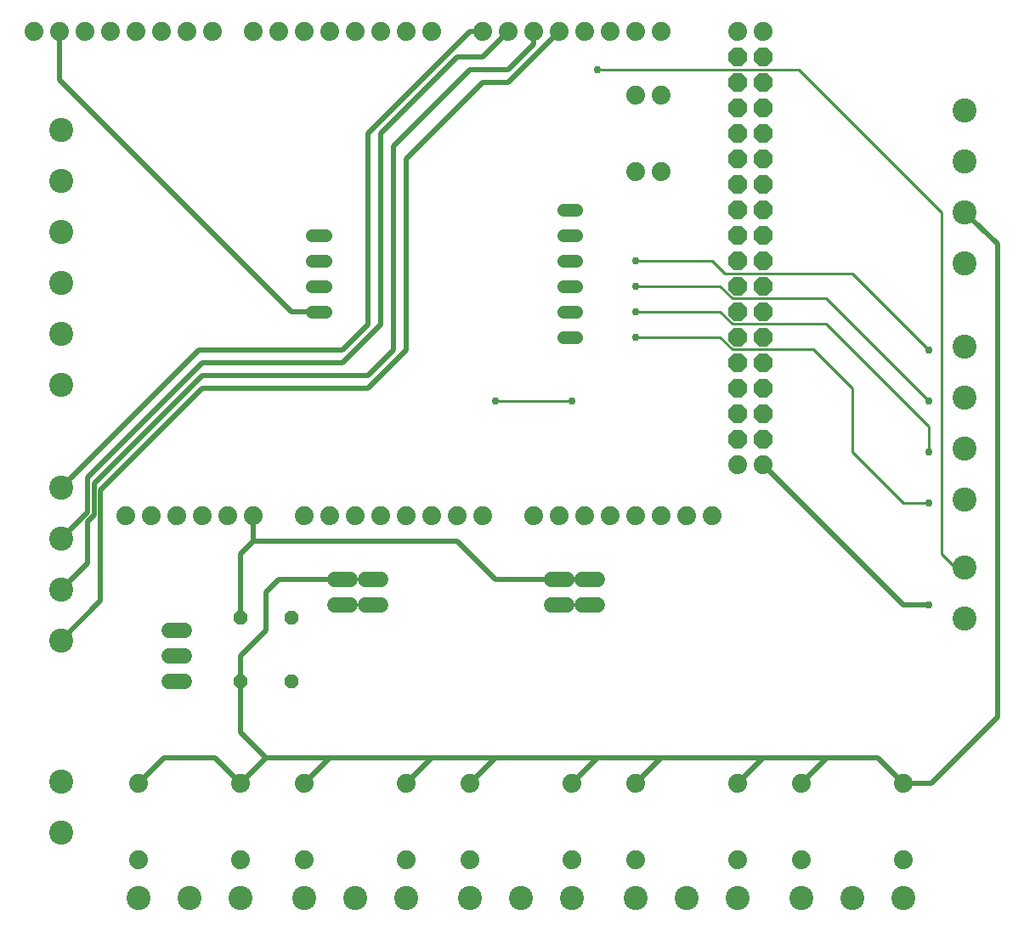
<source format=gbr>
G04 EAGLE Gerber RS-274X export*
G75*
%MOMM*%
%FSLAX34Y34*%
%LPD*%
%INBottom Copper*%
%IPPOS*%
%AMOC8*
5,1,8,0,0,1.08239X$1,22.5*%
G01*
%ADD10C,1.879600*%
%ADD11P,2.034460X8X112.500000*%
%ADD12C,1.308000*%
%ADD13C,2.400000*%
%ADD14C,1.524000*%
%ADD15P,1.429621X8X202.500000*%
%ADD16P,1.429621X8X22.500000*%
%ADD17C,0.756400*%
%ADD18C,0.254000*%
%ADD19C,0.508000*%


D10*
X546100Y482600D03*
X571500Y482600D03*
X596900Y482600D03*
X622300Y482600D03*
X647700Y482600D03*
X673100Y482600D03*
X698500Y482600D03*
X520700Y482600D03*
X495300Y965200D03*
X520700Y965200D03*
X546100Y965200D03*
X571500Y965200D03*
X596900Y965200D03*
X622300Y965200D03*
X647700Y965200D03*
X469900Y965200D03*
X317500Y482600D03*
X342900Y482600D03*
X368300Y482600D03*
X393700Y482600D03*
X419100Y482600D03*
X444500Y482600D03*
X469900Y482600D03*
X292100Y482600D03*
X266700Y965200D03*
X292100Y965200D03*
X317500Y965200D03*
X342900Y965200D03*
X368300Y965200D03*
X393700Y965200D03*
X419100Y965200D03*
X241300Y965200D03*
X48260Y965200D03*
X73660Y965200D03*
X99060Y965200D03*
X124460Y965200D03*
X149860Y965200D03*
X175260Y965200D03*
X200660Y965200D03*
X22860Y965200D03*
D11*
X749300Y762000D03*
X723900Y762000D03*
X749300Y787400D03*
X723900Y787400D03*
X749300Y812800D03*
X723900Y812800D03*
X749300Y838200D03*
X723900Y838200D03*
X749300Y863600D03*
X723900Y863600D03*
X749300Y889000D03*
X723900Y889000D03*
X749300Y914400D03*
X723900Y914400D03*
X749300Y939800D03*
X723900Y939800D03*
X749300Y558800D03*
X723900Y558800D03*
X749300Y584200D03*
X723900Y584200D03*
X749300Y609600D03*
X723900Y609600D03*
X749300Y635000D03*
X723900Y635000D03*
X749300Y660400D03*
X723900Y660400D03*
X749300Y685800D03*
X723900Y685800D03*
X749300Y711200D03*
X723900Y711200D03*
X749300Y736600D03*
X723900Y736600D03*
D10*
X723900Y533400D03*
X749300Y533400D03*
X723900Y965200D03*
X749300Y965200D03*
X114300Y482600D03*
X139700Y482600D03*
X165100Y482600D03*
X190500Y482600D03*
X215900Y482600D03*
X241300Y482600D03*
D12*
X550260Y660400D02*
X563340Y660400D01*
X563340Y685800D02*
X550260Y685800D01*
X550260Y711200D02*
X563340Y711200D01*
X563340Y736600D02*
X550260Y736600D01*
X550260Y762000D02*
X563340Y762000D01*
X563340Y787400D02*
X550260Y787400D01*
X313340Y685800D02*
X300260Y685800D01*
X300260Y711200D02*
X313340Y711200D01*
X313340Y736600D02*
X300260Y736600D01*
X300260Y762000D02*
X313340Y762000D01*
D10*
X787400Y215900D03*
X787400Y139700D03*
X889000Y215900D03*
X889000Y139700D03*
X622300Y215900D03*
X622300Y139700D03*
X723900Y215900D03*
X723900Y139700D03*
X457200Y215900D03*
X457200Y139700D03*
X558800Y215900D03*
X558800Y139700D03*
X292100Y215900D03*
X292100Y139700D03*
X393700Y215900D03*
X393700Y139700D03*
X127000Y215900D03*
X127000Y139700D03*
X228600Y215900D03*
X228600Y139700D03*
D13*
X838200Y101600D03*
X787400Y101600D03*
X889000Y101600D03*
X673100Y101600D03*
X622300Y101600D03*
X723900Y101600D03*
X508000Y101600D03*
X457200Y101600D03*
X558800Y101600D03*
X342900Y101600D03*
X292100Y101600D03*
X393700Y101600D03*
X177800Y101600D03*
X127000Y101600D03*
X228600Y101600D03*
D14*
X172720Y368300D02*
X157480Y368300D01*
X157480Y342900D02*
X172720Y342900D01*
X172720Y317500D02*
X157480Y317500D01*
D10*
X622300Y901700D03*
X622300Y825500D03*
X647700Y901700D03*
X647700Y825500D03*
D13*
X950000Y784600D03*
X950000Y733800D03*
X950000Y835400D03*
X950000Y886200D03*
X950000Y549600D03*
X950000Y498800D03*
X950000Y600400D03*
X950000Y651200D03*
X50000Y166900D03*
X50000Y217700D03*
X950000Y430400D03*
X950000Y379600D03*
D15*
X279400Y381000D03*
X228600Y381000D03*
D16*
X228600Y317500D03*
X279400Y317500D03*
D13*
X50000Y459700D03*
X50000Y510500D03*
X50000Y408900D03*
X50000Y358100D03*
D14*
X322580Y419100D02*
X337820Y419100D01*
X337820Y393700D02*
X322580Y393700D01*
X353060Y419100D02*
X368300Y419100D01*
X368300Y393700D02*
X353060Y393700D01*
D13*
X50000Y816200D03*
X50000Y867000D03*
X50000Y765400D03*
X50000Y714600D03*
X50000Y663800D03*
X50000Y613000D03*
D14*
X538480Y419100D02*
X553720Y419100D01*
X553720Y393700D02*
X538480Y393700D01*
X568960Y419100D02*
X584200Y419100D01*
X584200Y393700D02*
X568960Y393700D01*
D17*
X482600Y596900D03*
D18*
X558800Y596900D01*
D17*
X558800Y596900D03*
X914400Y393700D03*
D19*
X889000Y393700D01*
X749300Y533400D01*
X306800Y685800D02*
X279400Y685800D01*
X48260Y916940D02*
X48260Y965200D01*
X48260Y916940D02*
X279400Y685800D01*
X950000Y784600D02*
X982980Y753381D01*
X982980Y281940D01*
X228600Y317500D02*
X228600Y342900D01*
X254000Y368300D02*
X254000Y406400D01*
X266700Y419100D01*
X330200Y419100D01*
X254000Y368300D02*
X228600Y342900D01*
X916940Y215900D02*
X982980Y281940D01*
X916940Y215900D02*
X889000Y215900D01*
X863600Y241300D01*
X812800Y241300D01*
X749300Y241300D01*
X647700Y241300D01*
X584200Y241300D01*
X482600Y241300D01*
X419100Y241300D01*
X317500Y241300D01*
X254000Y241300D01*
X228600Y215900D01*
X254000Y241300D02*
X228600Y266700D01*
X228600Y317500D01*
X317500Y241300D02*
X292100Y215900D01*
X393700Y215900D02*
X419100Y241300D01*
X457200Y215900D02*
X482600Y241300D01*
X558800Y215900D02*
X584200Y241300D01*
X622300Y215900D02*
X647700Y241300D01*
X723900Y215900D02*
X749300Y241300D01*
X787400Y215900D02*
X812800Y241300D01*
X152400Y241300D02*
X127000Y215900D01*
X152400Y241300D02*
X203200Y241300D01*
X228600Y215900D01*
X228600Y444500D02*
X241300Y457200D01*
X241300Y482600D01*
X228600Y444500D02*
X228600Y381000D01*
X241300Y457200D02*
X444500Y457200D01*
X482600Y419100D01*
X546100Y419100D01*
X576580Y419100D01*
D17*
X622300Y660400D03*
X914400Y495300D03*
D18*
X706658Y660400D02*
X622300Y660400D01*
X706658Y660400D02*
X718850Y648208D01*
X799592Y648208D01*
X838200Y609600D02*
X838200Y546100D01*
X889000Y495300D01*
X914400Y495300D01*
X838200Y609600D02*
X799592Y648208D01*
D17*
X622300Y685800D03*
X914400Y546100D03*
D18*
X706658Y685800D02*
X622300Y685800D01*
X706658Y685800D02*
X718850Y673608D01*
X812292Y673608D01*
X914400Y571500D02*
X914400Y546100D01*
X914400Y571500D02*
X812292Y673608D01*
D17*
X622300Y711200D03*
X914400Y596900D03*
D18*
X706658Y711200D02*
X622300Y711200D01*
X706658Y711200D02*
X718850Y699008D01*
X812292Y699008D01*
X914400Y596900D01*
D17*
X622300Y736600D03*
X914400Y647700D03*
D18*
X698500Y736600D02*
X622300Y736600D01*
X698500Y736600D02*
X711200Y723900D01*
X838200Y723900D01*
X914400Y647700D01*
D17*
X584200Y927100D03*
D18*
X784860Y927100D01*
X927100Y784860D01*
X927100Y444500D01*
X941200Y430400D02*
X950000Y430400D01*
X941200Y430400D02*
X927100Y444500D01*
D19*
X187200Y647700D02*
X50000Y510500D01*
X187200Y647700D02*
X330200Y647700D01*
X355600Y673100D01*
X355600Y863600D01*
X457200Y965200D01*
X469900Y965200D01*
X76200Y485900D02*
X50000Y459700D01*
X76200Y485900D02*
X76200Y520700D01*
X190500Y635000D01*
X330200Y635000D02*
X368300Y673100D01*
X368300Y863600D01*
X444500Y939800D01*
X469900Y939800D01*
X495300Y965200D01*
X330200Y635000D02*
X190500Y635000D01*
X76200Y435100D02*
X50000Y408900D01*
X76200Y476561D02*
X82804Y483165D01*
X82804Y514604D01*
X190500Y622300D02*
X355600Y622300D01*
X381000Y647700D01*
X381000Y850900D01*
X457200Y927100D01*
X495300Y927100D01*
X520700Y952500D01*
X520700Y965200D01*
X76200Y476561D02*
X76200Y435100D01*
X82804Y514604D02*
X190500Y622300D01*
X89408Y397508D02*
X50000Y358100D01*
X89408Y397508D02*
X89408Y508000D01*
X191008Y609600D01*
X355600Y609600D02*
X393700Y647700D01*
X393700Y838200D01*
X469900Y914400D01*
X495300Y914400D01*
X546100Y965200D01*
X355600Y609600D02*
X191008Y609600D01*
M02*

</source>
